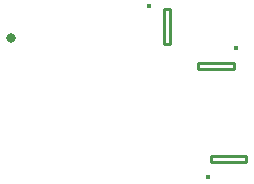
<source format=gbr>
G04 DipTrace 3.2.0.1*
G04 TopSilk.gbr*
%MOIN*%
G04 #@! TF.FileFunction,Legend,Top*
G04 #@! TF.Part,Single*
%ADD10C,0.009843*%
%ADD14C,0.031487*%
%ADD16C,0.015404*%
%ADD18C,0.015422*%
%FSLAX26Y26*%
G04*
G70*
G90*
G75*
G01*
G04 TopSilk*
%LPD*%
D14*
X506083Y1027369D3*
D16*
X1164007Y564212D3*
X1173207Y614354D2*
D10*
X1291312D1*
Y634039D1*
X1173207D1*
Y614354D1*
D18*
X967669Y1134715D3*
X1017811Y1125514D2*
D10*
Y1007409D1*
X1037496D1*
Y1125514D1*
X1017811D1*
D16*
X1258387Y995213D3*
X1249186Y945071D2*
D10*
X1131081D1*
Y925386D1*
X1249186D1*
Y945071D1*
M02*

</source>
